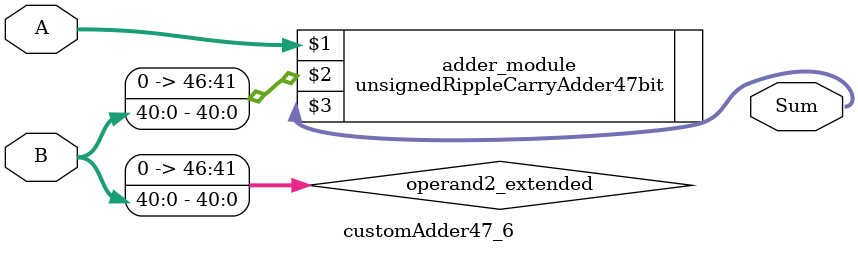
<source format=v>
module customAdder47_6(
                        input [46 : 0] A,
                        input [40 : 0] B,
                        
                        output [47 : 0] Sum
                );

        wire [46 : 0] operand2_extended;
        
        assign operand2_extended =  {6'b0, B};
        
        unsignedRippleCarryAdder47bit adder_module(
            A,
            operand2_extended,
            Sum
        );
        
        endmodule
        
</source>
